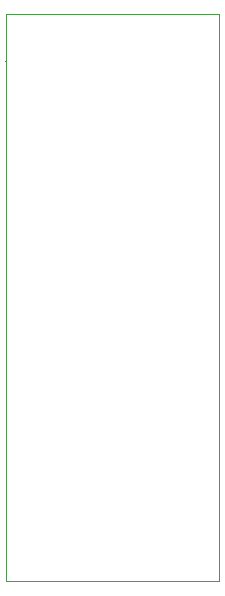
<source format=gbr>
%TF.GenerationSoftware,KiCad,Pcbnew,8.0.8*%
%TF.CreationDate,2025-01-29T16:56:41+00:00*%
%TF.ProjectId,ec30_1x4_l3r3_mh_0.1,65633330-5f31-4783-945f-6c3372335f6d,v0.1*%
%TF.SameCoordinates,PX8d24d00PY36d6160*%
%TF.FileFunction,Other,User*%
%FSLAX46Y46*%
G04 Gerber Fmt 4.6, Leading zero omitted, Abs format (unit mm)*
G04 Created by KiCad (PCBNEW 8.0.8) date 2025-01-29 16:56:41*
%MOMM*%
%LPD*%
G01*
G04 APERTURE LIST*
%ADD10C,0.100000*%
%ADD11C,0.130000*%
%ADD12C,0.110000*%
%ADD13C,0.120000*%
G04 APERTURE END LIST*
D10*
X-9000000Y24000000D02*
X9000000Y24000000D01*
X9000000Y-24000000D01*
X-9000000Y-24000000D01*
X-9000000Y24000000D01*
D11*
%TO.C,GS1*%
X-9000000Y20000000D02*
X-9000000Y20000000D01*
D12*
%TO.C,GS3*%
X-5000000Y-24000000D02*
X-5000000Y-24000000D01*
D13*
%TO.C,GS2*%
X9000000Y-20000000D02*
X9000000Y-20000000D01*
%TD*%
M02*

</source>
